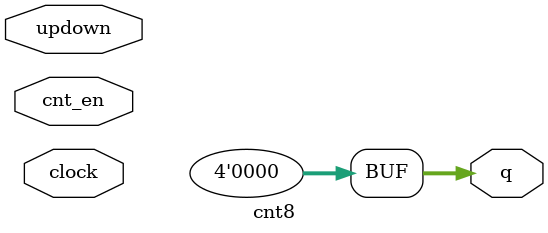
<source format=v>
module cnt8(	// file.cleaned.mlir:2:3
  input        clock,	// file.cleaned.mlir:2:22
               cnt_en,	// file.cleaned.mlir:2:38
               updown,	// file.cleaned.mlir:2:55
  output [3:0] q	// file.cleaned.mlir:2:73
);

  assign q = 4'h0;	// file.cleaned.mlir:3:14, :4:5
endmodule


</source>
